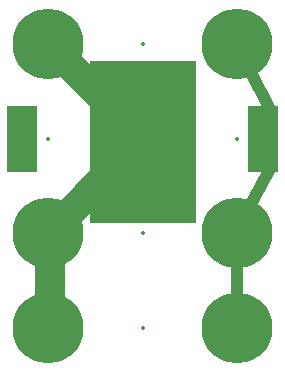
<source format=gtl>
%TF.GenerationSoftware,KiCad,Pcbnew,5.0.0-fee4fd1~66~ubuntu16.04.1*%
%TF.CreationDate,2018-09-25T10:59:32-07:00*%
%TF.ProjectId,3x4-CR2032-Coin-Cell-Magnet,3378342D4352323033322D436F696E2D,v1.2*%
%TF.SameCoordinates,Original*%
%TF.FileFunction,Copper,L1,Top,Signal*%
%TF.FilePolarity,Positive*%
%FSLAX46Y46*%
G04 Gerber Fmt 4.6, Leading zero omitted, Abs format (unit mm)*
G04 Created by KiCad (PCBNEW 5.0.0-fee4fd1~66~ubuntu16.04.1) date Tue Sep 25 10:59:32 2018*
%MOMM*%
%LPD*%
G01*
G04 APERTURE LIST*
%ADD10C,2.540000*%
%ADD11C,1.016000*%
%ADD12C,6.000000*%
%ADD13R,2.600000X5.560000*%
%ADD14R,9.000000X13.800000*%
%ADD15C,0.350000*%
G04 APERTURE END LIST*
D10*
X21896800Y-65431400D02*
X21919800Y-73581400D01*
D11*
X37719800Y-72231400D02*
X37719800Y-65581400D01*
X40719800Y-59681400D02*
X37798800Y-65142400D01*
X40692800Y-55271400D02*
X37644800Y-49429400D01*
D10*
X21896800Y-65431400D02*
X29643800Y-57557400D01*
X21769800Y-49429400D02*
X29643800Y-57176400D01*
D12*
X37769800Y-73431400D03*
X21769800Y-73431400D03*
X37769800Y-65431400D03*
X21769800Y-65431400D03*
X37769800Y-49431400D03*
X21769800Y-49431400D03*
D13*
X19569800Y-57431400D03*
D14*
X29765800Y-57685400D03*
D13*
X39969800Y-57431400D03*
D15*
X37769800Y-73431400D03*
X29769800Y-73431400D03*
X21769800Y-73431400D03*
X37769800Y-65431400D03*
X29769800Y-65431400D03*
X21769800Y-65431400D03*
X37769800Y-49431400D03*
X29769800Y-49431400D03*
X21769800Y-49431400D03*
X37769800Y-57431400D03*
X21769800Y-57431400D03*
X29769800Y-57431400D03*
M02*

</source>
